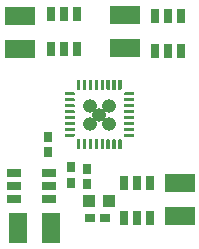
<source format=gtp>
G04 DipTrace 2.4.0.2*
%INSocialLight.gtp*%
%MOIN*%
%ADD16R,0.0276X0.0354*%
%ADD17R,0.0433X0.0394*%
%ADD18R,0.0354X0.0276*%
%ADD20R,0.0276X0.0512*%
%ADD22R,0.1024X0.063*%
%ADD24R,0.0512X0.0276*%
%ADD26R,0.063X0.1024*%
%ADD31O,0.0475X0.0469*%
%FSLAX44Y44*%
G04*
G70*
G90*
G75*
G01*
%LNTopPaste*%
%LPD*%
D16*
X6635Y6663D3*
Y6151D3*
D17*
X7888Y5533D3*
X7219D3*
D18*
X7774Y4983D3*
X7262D3*
D20*
X9279Y6143D3*
X8846D3*
X8413D3*
Y4982D3*
X8846D3*
X9279D3*
D22*
X10251Y6130D3*
Y5027D3*
D20*
X9419Y10559D3*
X9852D3*
X10286D3*
Y11720D3*
X9852D3*
X9419D3*
D22*
X8441Y10643D3*
Y11745D3*
D20*
X5975Y10622D3*
X6408D3*
X6841D3*
Y11783D3*
X6408D3*
X5975D3*
D22*
X4936Y10612D3*
Y11714D3*
D24*
X5893Y5614D3*
Y6047D3*
Y6480D3*
X4731D3*
Y6047D3*
Y5614D3*
D26*
X5953Y4653D3*
X4850D3*
D16*
X7160Y6097D3*
Y6608D3*
X5866Y7680D3*
Y7168D3*
D31*
X7885Y8110D3*
X7580Y8423D3*
X7276Y8121D3*
Y8713D3*
X7890Y8720D3*
G36*
X8430Y7792D2*
X8717D1*
Y7683D1*
X8430D1*
X8416Y7687D1*
X8403Y7694D1*
X8393Y7704D1*
X8386Y7716D1*
X8382Y7730D1*
Y7745D1*
X8386Y7759D1*
X8393Y7771D1*
X8403Y7781D1*
X8416Y7788D1*
X8430Y7792D1*
G37*
G36*
Y7989D2*
X8717D1*
Y7880D1*
X8430D1*
X8416Y7884D1*
X8403Y7891D1*
X8393Y7901D1*
X8386Y7913D1*
X8382Y7927D1*
Y7942D1*
X8386Y7956D1*
X8393Y7968D1*
X8403Y7978D1*
X8416Y7985D1*
X8430Y7989D1*
G37*
G36*
Y8186D2*
X8717D1*
Y8077D1*
X8430D1*
X8416Y8080D1*
X8403Y8088D1*
X8393Y8098D1*
X8386Y8110D1*
X8382Y8124D1*
Y8138D1*
X8386Y8153D1*
X8393Y8165D1*
X8403Y8175D1*
X8416Y8182D1*
X8430Y8186D1*
G37*
G36*
Y8383D2*
X8717D1*
Y8273D1*
X8430D1*
X8416Y8277D1*
X8403Y8284D1*
X8393Y8295D1*
X8386Y8307D1*
X8382Y8321D1*
Y8335D1*
X8386Y8349D1*
X8393Y8362D1*
X8403Y8372D1*
X8416Y8379D1*
X8430Y8383D1*
G37*
G36*
Y8580D2*
X8717D1*
Y8470D1*
X8430D1*
X8416Y8474D1*
X8403Y8481D1*
X8393Y8492D1*
X8386Y8504D1*
X8382Y8518D1*
Y8532D1*
X8386Y8546D1*
X8393Y8558D1*
X8403Y8569D1*
X8416Y8576D1*
X8430Y8580D1*
G37*
G36*
Y8777D2*
X8717D1*
Y8667D1*
X8430D1*
X8416Y8671D1*
X8403Y8678D1*
X8393Y8688D1*
X8386Y8701D1*
X8382Y8715D1*
Y8729D1*
X8386Y8743D1*
X8393Y8755D1*
X8403Y8766D1*
X8416Y8773D1*
X8430Y8777D1*
G37*
G36*
Y8973D2*
X8717D1*
Y8864D1*
X8430D1*
X8416Y8868D1*
X8403Y8875D1*
X8393Y8885D1*
X8386Y8897D1*
X8382Y8912D1*
Y8926D1*
X8386Y8940D1*
X8393Y8952D1*
X8403Y8962D1*
X8416Y8969D1*
X8430Y8973D1*
G37*
G36*
Y9170D2*
X8717D1*
Y9061D1*
X8430D1*
X8416Y9065D1*
X8403Y9072D1*
X8393Y9082D1*
X8386Y9094D1*
X8382Y9108D1*
Y9123D1*
X8386Y9137D1*
X8393Y9149D1*
X8403Y9159D1*
X8416Y9166D1*
X8430Y9170D1*
G37*
G36*
X8208Y9281D2*
Y9568D1*
X8317D1*
Y9281D1*
X8313Y9267D1*
X8306Y9255D1*
X8296Y9245D1*
X8284Y9238D1*
X8270Y9234D1*
X8256D1*
X8241Y9238D1*
X8229Y9245D1*
X8219Y9255D1*
X8212Y9267D1*
X8208Y9281D1*
G37*
G36*
X8011D2*
Y9568D1*
X8121D1*
Y9281D1*
X8117Y9267D1*
X8109Y9255D1*
X8099Y9245D1*
X8087Y9238D1*
X8073Y9234D1*
X8059D1*
X8045Y9238D1*
X8032Y9245D1*
X8022Y9255D1*
X8015Y9267D1*
X8011Y9281D1*
G37*
G36*
X7814D2*
Y9568D1*
X7924D1*
Y9281D1*
X7920Y9267D1*
X7913Y9255D1*
X7902Y9245D1*
X7890Y9238D1*
X7876Y9234D1*
X7862D1*
X7848Y9238D1*
X7835Y9245D1*
X7825Y9255D1*
X7818Y9267D1*
X7814Y9281D1*
G37*
G36*
X7617D2*
Y9568D1*
X7727D1*
Y9281D1*
X7723Y9267D1*
X7716Y9255D1*
X7706Y9245D1*
X7693Y9238D1*
X7679Y9234D1*
X7665D1*
X7651Y9238D1*
X7639Y9245D1*
X7628Y9255D1*
X7621Y9267D1*
X7617Y9281D1*
G37*
G36*
X7421D2*
Y9568D1*
X7530D1*
Y9281D1*
X7526Y9267D1*
X7519Y9255D1*
X7509Y9245D1*
X7496Y9238D1*
X7482Y9234D1*
X7468D1*
X7454Y9238D1*
X7442Y9245D1*
X7432Y9255D1*
X7424Y9267D1*
X7421Y9281D1*
G37*
G36*
X7224D2*
Y9568D1*
X7333D1*
Y9281D1*
X7329Y9267D1*
X7322Y9255D1*
X7312Y9245D1*
X7300Y9238D1*
X7285Y9234D1*
X7271D1*
X7257Y9238D1*
X7245Y9245D1*
X7235Y9255D1*
X7228Y9267D1*
X7224Y9281D1*
G37*
G36*
X7027D2*
Y9568D1*
X7136D1*
Y9281D1*
X7132Y9267D1*
X7125Y9255D1*
X7115Y9245D1*
X7103Y9238D1*
X7089Y9234D1*
X7074D1*
X7060Y9238D1*
X7048Y9245D1*
X7038Y9255D1*
X7031Y9267D1*
X7027Y9281D1*
G37*
G36*
X6830D2*
Y9568D1*
X6939D1*
Y9281D1*
X6935Y9267D1*
X6928Y9255D1*
X6918Y9245D1*
X6906Y9238D1*
X6892Y9234D1*
X6878D1*
X6863Y9238D1*
X6851Y9245D1*
X6841Y9255D1*
X6834Y9267D1*
X6830Y9281D1*
G37*
G36*
X6719Y9061D2*
X6432D1*
Y9170D1*
X6719D1*
X6733Y9166D1*
X6745Y9159D1*
X6756Y9149D1*
X6763Y9137D1*
X6767Y9123D1*
Y9108D1*
X6763Y9094D1*
X6756Y9082D1*
X6745Y9072D1*
X6733Y9065D1*
X6719Y9061D1*
G37*
G36*
Y8864D2*
X6432D1*
Y8973D1*
X6719D1*
X6733Y8969D1*
X6745Y8962D1*
X6756Y8952D1*
X6763Y8940D1*
X6767Y8926D1*
Y8912D1*
X6763Y8897D1*
X6756Y8885D1*
X6745Y8875D1*
X6733Y8868D1*
X6719Y8864D1*
G37*
G36*
Y8667D2*
X6432D1*
Y8777D1*
X6719D1*
X6733Y8773D1*
X6745Y8766D1*
X6756Y8755D1*
X6763Y8743D1*
X6767Y8729D1*
Y8715D1*
X6763Y8701D1*
X6756Y8688D1*
X6745Y8678D1*
X6733Y8671D1*
X6719Y8667D1*
G37*
G36*
Y8470D2*
X6432D1*
Y8580D1*
X6719D1*
X6733Y8576D1*
X6745Y8569D1*
X6756Y8558D1*
X6763Y8546D1*
X6767Y8532D1*
Y8518D1*
X6763Y8504D1*
X6756Y8492D1*
X6745Y8481D1*
X6733Y8474D1*
X6719Y8470D1*
G37*
G36*
Y8273D2*
X6432D1*
Y8383D1*
X6719D1*
X6733Y8379D1*
X6745Y8372D1*
X6756Y8362D1*
X6763Y8349D1*
X6767Y8335D1*
Y8321D1*
X6763Y8307D1*
X6756Y8295D1*
X6745Y8284D1*
X6733Y8277D1*
X6719Y8273D1*
G37*
G36*
Y8077D2*
X6432D1*
Y8186D1*
X6719D1*
X6733Y8182D1*
X6745Y8175D1*
X6756Y8165D1*
X6763Y8153D1*
X6767Y8138D1*
Y8124D1*
X6763Y8110D1*
X6756Y8098D1*
X6745Y8088D1*
X6733Y8080D1*
X6719Y8077D1*
G37*
G36*
Y7880D2*
X6432D1*
Y7989D1*
X6719D1*
X6733Y7985D1*
X6745Y7978D1*
X6756Y7968D1*
X6763Y7956D1*
X6767Y7942D1*
Y7927D1*
X6763Y7913D1*
X6756Y7901D1*
X6745Y7891D1*
X6733Y7884D1*
X6719Y7880D1*
G37*
G36*
Y7683D2*
X6432D1*
Y7792D1*
X6719D1*
X6733Y7788D1*
X6745Y7781D1*
X6756Y7771D1*
X6763Y7759D1*
X6767Y7745D1*
Y7730D1*
X6763Y7716D1*
X6756Y7704D1*
X6745Y7694D1*
X6733Y7687D1*
X6719Y7683D1*
G37*
G36*
X6939Y7572D2*
Y7285D1*
X6830D1*
Y7572D1*
X6834Y7586D1*
X6841Y7598D1*
X6851Y7608D1*
X6863Y7616D1*
X6878Y7619D1*
X6892D1*
X6906Y7616D1*
X6918Y7608D1*
X6928Y7598D1*
X6935Y7586D1*
X6939Y7572D1*
G37*
G36*
X7136D2*
Y7285D1*
X7027D1*
Y7572D1*
X7031Y7586D1*
X7038Y7598D1*
X7048Y7608D1*
X7060Y7616D1*
X7074Y7619D1*
X7089D1*
X7103Y7616D1*
X7115Y7608D1*
X7125Y7598D1*
X7132Y7586D1*
X7136Y7572D1*
G37*
G36*
X7333D2*
Y7285D1*
X7224D1*
Y7572D1*
X7228Y7586D1*
X7235Y7598D1*
X7245Y7608D1*
X7257Y7616D1*
X7271Y7619D1*
X7285D1*
X7300Y7616D1*
X7312Y7608D1*
X7322Y7598D1*
X7329Y7586D1*
X7333Y7572D1*
G37*
G36*
X7530D2*
Y7285D1*
X7421D1*
Y7572D1*
X7424Y7586D1*
X7432Y7598D1*
X7442Y7608D1*
X7454Y7616D1*
X7468Y7619D1*
X7482D1*
X7496Y7616D1*
X7509Y7608D1*
X7519Y7598D1*
X7526Y7586D1*
X7530Y7572D1*
G37*
G36*
X7727D2*
Y7285D1*
X7617D1*
Y7572D1*
X7621Y7586D1*
X7628Y7598D1*
X7639Y7608D1*
X7651Y7616D1*
X7665Y7619D1*
X7679D1*
X7693Y7616D1*
X7706Y7608D1*
X7716Y7598D1*
X7723Y7586D1*
X7727Y7572D1*
G37*
G36*
X7924D2*
Y7285D1*
X7814D1*
Y7572D1*
X7818Y7586D1*
X7825Y7598D1*
X7835Y7608D1*
X7848Y7616D1*
X7862Y7619D1*
X7876D1*
X7890Y7616D1*
X7902Y7608D1*
X7913Y7598D1*
X7920Y7586D1*
X7924Y7572D1*
G37*
G36*
X8121D2*
Y7285D1*
X8011D1*
Y7572D1*
X8015Y7586D1*
X8022Y7598D1*
X8032Y7608D1*
X8045Y7616D1*
X8059Y7619D1*
X8073D1*
X8087Y7616D1*
X8099Y7608D1*
X8109Y7598D1*
X8117Y7586D1*
X8121Y7572D1*
G37*
G36*
X8317D2*
Y7285D1*
X8208D1*
Y7572D1*
X8212Y7586D1*
X8219Y7598D1*
X8229Y7608D1*
X8241Y7616D1*
X8256Y7619D1*
X8270D1*
X8284Y7616D1*
X8296Y7608D1*
X8306Y7598D1*
X8313Y7586D1*
X8317Y7572D1*
G37*
M02*

</source>
